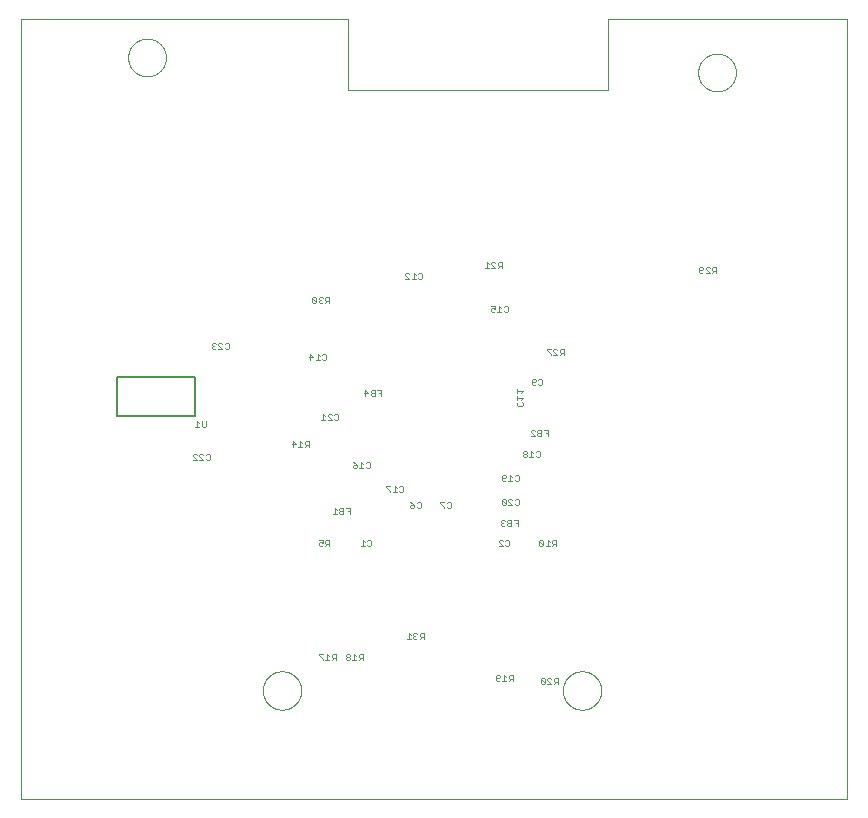
<source format=gbo>
G75*
%MOIN*%
%OFA0B0*%
%FSLAX25Y25*%
%IPPOS*%
%LPD*%
%AMOC8*
5,1,8,0,0,1.08239X$1,22.5*
%
%ADD10C,0.00000*%
%ADD11C,0.00400*%
%ADD12C,0.00800*%
D10*
X0010074Y0008163D02*
X0010074Y0268006D01*
X0119129Y0268006D01*
X0119129Y0244384D01*
X0205743Y0244384D01*
X0205743Y0268006D01*
X0285665Y0268006D01*
X0285665Y0008163D01*
X0010074Y0008163D01*
X0090802Y0044163D02*
X0090804Y0044323D01*
X0090810Y0044482D01*
X0090820Y0044641D01*
X0090834Y0044800D01*
X0090852Y0044959D01*
X0090873Y0045117D01*
X0090899Y0045274D01*
X0090929Y0045431D01*
X0090962Y0045587D01*
X0091000Y0045742D01*
X0091041Y0045896D01*
X0091086Y0046049D01*
X0091135Y0046201D01*
X0091188Y0046351D01*
X0091244Y0046500D01*
X0091304Y0046648D01*
X0091368Y0046794D01*
X0091436Y0046939D01*
X0091507Y0047082D01*
X0091581Y0047223D01*
X0091659Y0047362D01*
X0091741Y0047499D01*
X0091826Y0047634D01*
X0091914Y0047767D01*
X0092005Y0047898D01*
X0092100Y0048026D01*
X0092198Y0048152D01*
X0092299Y0048276D01*
X0092403Y0048396D01*
X0092510Y0048515D01*
X0092620Y0048630D01*
X0092733Y0048743D01*
X0092848Y0048853D01*
X0092967Y0048960D01*
X0093087Y0049064D01*
X0093211Y0049165D01*
X0093337Y0049263D01*
X0093465Y0049358D01*
X0093596Y0049449D01*
X0093729Y0049537D01*
X0093864Y0049622D01*
X0094001Y0049704D01*
X0094140Y0049782D01*
X0094281Y0049856D01*
X0094424Y0049927D01*
X0094569Y0049995D01*
X0094715Y0050059D01*
X0094863Y0050119D01*
X0095012Y0050175D01*
X0095162Y0050228D01*
X0095314Y0050277D01*
X0095467Y0050322D01*
X0095621Y0050363D01*
X0095776Y0050401D01*
X0095932Y0050434D01*
X0096089Y0050464D01*
X0096246Y0050490D01*
X0096404Y0050511D01*
X0096563Y0050529D01*
X0096722Y0050543D01*
X0096881Y0050553D01*
X0097040Y0050559D01*
X0097200Y0050561D01*
X0097360Y0050559D01*
X0097519Y0050553D01*
X0097678Y0050543D01*
X0097837Y0050529D01*
X0097996Y0050511D01*
X0098154Y0050490D01*
X0098311Y0050464D01*
X0098468Y0050434D01*
X0098624Y0050401D01*
X0098779Y0050363D01*
X0098933Y0050322D01*
X0099086Y0050277D01*
X0099238Y0050228D01*
X0099388Y0050175D01*
X0099537Y0050119D01*
X0099685Y0050059D01*
X0099831Y0049995D01*
X0099976Y0049927D01*
X0100119Y0049856D01*
X0100260Y0049782D01*
X0100399Y0049704D01*
X0100536Y0049622D01*
X0100671Y0049537D01*
X0100804Y0049449D01*
X0100935Y0049358D01*
X0101063Y0049263D01*
X0101189Y0049165D01*
X0101313Y0049064D01*
X0101433Y0048960D01*
X0101552Y0048853D01*
X0101667Y0048743D01*
X0101780Y0048630D01*
X0101890Y0048515D01*
X0101997Y0048396D01*
X0102101Y0048276D01*
X0102202Y0048152D01*
X0102300Y0048026D01*
X0102395Y0047898D01*
X0102486Y0047767D01*
X0102574Y0047634D01*
X0102659Y0047499D01*
X0102741Y0047362D01*
X0102819Y0047223D01*
X0102893Y0047082D01*
X0102964Y0046939D01*
X0103032Y0046794D01*
X0103096Y0046648D01*
X0103156Y0046500D01*
X0103212Y0046351D01*
X0103265Y0046201D01*
X0103314Y0046049D01*
X0103359Y0045896D01*
X0103400Y0045742D01*
X0103438Y0045587D01*
X0103471Y0045431D01*
X0103501Y0045274D01*
X0103527Y0045117D01*
X0103548Y0044959D01*
X0103566Y0044800D01*
X0103580Y0044641D01*
X0103590Y0044482D01*
X0103596Y0044323D01*
X0103598Y0044163D01*
X0103596Y0044003D01*
X0103590Y0043844D01*
X0103580Y0043685D01*
X0103566Y0043526D01*
X0103548Y0043367D01*
X0103527Y0043209D01*
X0103501Y0043052D01*
X0103471Y0042895D01*
X0103438Y0042739D01*
X0103400Y0042584D01*
X0103359Y0042430D01*
X0103314Y0042277D01*
X0103265Y0042125D01*
X0103212Y0041975D01*
X0103156Y0041826D01*
X0103096Y0041678D01*
X0103032Y0041532D01*
X0102964Y0041387D01*
X0102893Y0041244D01*
X0102819Y0041103D01*
X0102741Y0040964D01*
X0102659Y0040827D01*
X0102574Y0040692D01*
X0102486Y0040559D01*
X0102395Y0040428D01*
X0102300Y0040300D01*
X0102202Y0040174D01*
X0102101Y0040050D01*
X0101997Y0039930D01*
X0101890Y0039811D01*
X0101780Y0039696D01*
X0101667Y0039583D01*
X0101552Y0039473D01*
X0101433Y0039366D01*
X0101313Y0039262D01*
X0101189Y0039161D01*
X0101063Y0039063D01*
X0100935Y0038968D01*
X0100804Y0038877D01*
X0100671Y0038789D01*
X0100536Y0038704D01*
X0100399Y0038622D01*
X0100260Y0038544D01*
X0100119Y0038470D01*
X0099976Y0038399D01*
X0099831Y0038331D01*
X0099685Y0038267D01*
X0099537Y0038207D01*
X0099388Y0038151D01*
X0099238Y0038098D01*
X0099086Y0038049D01*
X0098933Y0038004D01*
X0098779Y0037963D01*
X0098624Y0037925D01*
X0098468Y0037892D01*
X0098311Y0037862D01*
X0098154Y0037836D01*
X0097996Y0037815D01*
X0097837Y0037797D01*
X0097678Y0037783D01*
X0097519Y0037773D01*
X0097360Y0037767D01*
X0097200Y0037765D01*
X0097040Y0037767D01*
X0096881Y0037773D01*
X0096722Y0037783D01*
X0096563Y0037797D01*
X0096404Y0037815D01*
X0096246Y0037836D01*
X0096089Y0037862D01*
X0095932Y0037892D01*
X0095776Y0037925D01*
X0095621Y0037963D01*
X0095467Y0038004D01*
X0095314Y0038049D01*
X0095162Y0038098D01*
X0095012Y0038151D01*
X0094863Y0038207D01*
X0094715Y0038267D01*
X0094569Y0038331D01*
X0094424Y0038399D01*
X0094281Y0038470D01*
X0094140Y0038544D01*
X0094001Y0038622D01*
X0093864Y0038704D01*
X0093729Y0038789D01*
X0093596Y0038877D01*
X0093465Y0038968D01*
X0093337Y0039063D01*
X0093211Y0039161D01*
X0093087Y0039262D01*
X0092967Y0039366D01*
X0092848Y0039473D01*
X0092733Y0039583D01*
X0092620Y0039696D01*
X0092510Y0039811D01*
X0092403Y0039930D01*
X0092299Y0040050D01*
X0092198Y0040174D01*
X0092100Y0040300D01*
X0092005Y0040428D01*
X0091914Y0040559D01*
X0091826Y0040692D01*
X0091741Y0040827D01*
X0091659Y0040964D01*
X0091581Y0041103D01*
X0091507Y0041244D01*
X0091436Y0041387D01*
X0091368Y0041532D01*
X0091304Y0041678D01*
X0091244Y0041826D01*
X0091188Y0041975D01*
X0091135Y0042125D01*
X0091086Y0042277D01*
X0091041Y0042430D01*
X0091000Y0042584D01*
X0090962Y0042739D01*
X0090929Y0042895D01*
X0090899Y0043052D01*
X0090873Y0043209D01*
X0090852Y0043367D01*
X0090834Y0043526D01*
X0090820Y0043685D01*
X0090810Y0043844D01*
X0090804Y0044003D01*
X0090802Y0044163D01*
X0190802Y0044163D02*
X0190804Y0044323D01*
X0190810Y0044482D01*
X0190820Y0044641D01*
X0190834Y0044800D01*
X0190852Y0044959D01*
X0190873Y0045117D01*
X0190899Y0045274D01*
X0190929Y0045431D01*
X0190962Y0045587D01*
X0191000Y0045742D01*
X0191041Y0045896D01*
X0191086Y0046049D01*
X0191135Y0046201D01*
X0191188Y0046351D01*
X0191244Y0046500D01*
X0191304Y0046648D01*
X0191368Y0046794D01*
X0191436Y0046939D01*
X0191507Y0047082D01*
X0191581Y0047223D01*
X0191659Y0047362D01*
X0191741Y0047499D01*
X0191826Y0047634D01*
X0191914Y0047767D01*
X0192005Y0047898D01*
X0192100Y0048026D01*
X0192198Y0048152D01*
X0192299Y0048276D01*
X0192403Y0048396D01*
X0192510Y0048515D01*
X0192620Y0048630D01*
X0192733Y0048743D01*
X0192848Y0048853D01*
X0192967Y0048960D01*
X0193087Y0049064D01*
X0193211Y0049165D01*
X0193337Y0049263D01*
X0193465Y0049358D01*
X0193596Y0049449D01*
X0193729Y0049537D01*
X0193864Y0049622D01*
X0194001Y0049704D01*
X0194140Y0049782D01*
X0194281Y0049856D01*
X0194424Y0049927D01*
X0194569Y0049995D01*
X0194715Y0050059D01*
X0194863Y0050119D01*
X0195012Y0050175D01*
X0195162Y0050228D01*
X0195314Y0050277D01*
X0195467Y0050322D01*
X0195621Y0050363D01*
X0195776Y0050401D01*
X0195932Y0050434D01*
X0196089Y0050464D01*
X0196246Y0050490D01*
X0196404Y0050511D01*
X0196563Y0050529D01*
X0196722Y0050543D01*
X0196881Y0050553D01*
X0197040Y0050559D01*
X0197200Y0050561D01*
X0197360Y0050559D01*
X0197519Y0050553D01*
X0197678Y0050543D01*
X0197837Y0050529D01*
X0197996Y0050511D01*
X0198154Y0050490D01*
X0198311Y0050464D01*
X0198468Y0050434D01*
X0198624Y0050401D01*
X0198779Y0050363D01*
X0198933Y0050322D01*
X0199086Y0050277D01*
X0199238Y0050228D01*
X0199388Y0050175D01*
X0199537Y0050119D01*
X0199685Y0050059D01*
X0199831Y0049995D01*
X0199976Y0049927D01*
X0200119Y0049856D01*
X0200260Y0049782D01*
X0200399Y0049704D01*
X0200536Y0049622D01*
X0200671Y0049537D01*
X0200804Y0049449D01*
X0200935Y0049358D01*
X0201063Y0049263D01*
X0201189Y0049165D01*
X0201313Y0049064D01*
X0201433Y0048960D01*
X0201552Y0048853D01*
X0201667Y0048743D01*
X0201780Y0048630D01*
X0201890Y0048515D01*
X0201997Y0048396D01*
X0202101Y0048276D01*
X0202202Y0048152D01*
X0202300Y0048026D01*
X0202395Y0047898D01*
X0202486Y0047767D01*
X0202574Y0047634D01*
X0202659Y0047499D01*
X0202741Y0047362D01*
X0202819Y0047223D01*
X0202893Y0047082D01*
X0202964Y0046939D01*
X0203032Y0046794D01*
X0203096Y0046648D01*
X0203156Y0046500D01*
X0203212Y0046351D01*
X0203265Y0046201D01*
X0203314Y0046049D01*
X0203359Y0045896D01*
X0203400Y0045742D01*
X0203438Y0045587D01*
X0203471Y0045431D01*
X0203501Y0045274D01*
X0203527Y0045117D01*
X0203548Y0044959D01*
X0203566Y0044800D01*
X0203580Y0044641D01*
X0203590Y0044482D01*
X0203596Y0044323D01*
X0203598Y0044163D01*
X0203596Y0044003D01*
X0203590Y0043844D01*
X0203580Y0043685D01*
X0203566Y0043526D01*
X0203548Y0043367D01*
X0203527Y0043209D01*
X0203501Y0043052D01*
X0203471Y0042895D01*
X0203438Y0042739D01*
X0203400Y0042584D01*
X0203359Y0042430D01*
X0203314Y0042277D01*
X0203265Y0042125D01*
X0203212Y0041975D01*
X0203156Y0041826D01*
X0203096Y0041678D01*
X0203032Y0041532D01*
X0202964Y0041387D01*
X0202893Y0041244D01*
X0202819Y0041103D01*
X0202741Y0040964D01*
X0202659Y0040827D01*
X0202574Y0040692D01*
X0202486Y0040559D01*
X0202395Y0040428D01*
X0202300Y0040300D01*
X0202202Y0040174D01*
X0202101Y0040050D01*
X0201997Y0039930D01*
X0201890Y0039811D01*
X0201780Y0039696D01*
X0201667Y0039583D01*
X0201552Y0039473D01*
X0201433Y0039366D01*
X0201313Y0039262D01*
X0201189Y0039161D01*
X0201063Y0039063D01*
X0200935Y0038968D01*
X0200804Y0038877D01*
X0200671Y0038789D01*
X0200536Y0038704D01*
X0200399Y0038622D01*
X0200260Y0038544D01*
X0200119Y0038470D01*
X0199976Y0038399D01*
X0199831Y0038331D01*
X0199685Y0038267D01*
X0199537Y0038207D01*
X0199388Y0038151D01*
X0199238Y0038098D01*
X0199086Y0038049D01*
X0198933Y0038004D01*
X0198779Y0037963D01*
X0198624Y0037925D01*
X0198468Y0037892D01*
X0198311Y0037862D01*
X0198154Y0037836D01*
X0197996Y0037815D01*
X0197837Y0037797D01*
X0197678Y0037783D01*
X0197519Y0037773D01*
X0197360Y0037767D01*
X0197200Y0037765D01*
X0197040Y0037767D01*
X0196881Y0037773D01*
X0196722Y0037783D01*
X0196563Y0037797D01*
X0196404Y0037815D01*
X0196246Y0037836D01*
X0196089Y0037862D01*
X0195932Y0037892D01*
X0195776Y0037925D01*
X0195621Y0037963D01*
X0195467Y0038004D01*
X0195314Y0038049D01*
X0195162Y0038098D01*
X0195012Y0038151D01*
X0194863Y0038207D01*
X0194715Y0038267D01*
X0194569Y0038331D01*
X0194424Y0038399D01*
X0194281Y0038470D01*
X0194140Y0038544D01*
X0194001Y0038622D01*
X0193864Y0038704D01*
X0193729Y0038789D01*
X0193596Y0038877D01*
X0193465Y0038968D01*
X0193337Y0039063D01*
X0193211Y0039161D01*
X0193087Y0039262D01*
X0192967Y0039366D01*
X0192848Y0039473D01*
X0192733Y0039583D01*
X0192620Y0039696D01*
X0192510Y0039811D01*
X0192403Y0039930D01*
X0192299Y0040050D01*
X0192198Y0040174D01*
X0192100Y0040300D01*
X0192005Y0040428D01*
X0191914Y0040559D01*
X0191826Y0040692D01*
X0191741Y0040827D01*
X0191659Y0040964D01*
X0191581Y0041103D01*
X0191507Y0041244D01*
X0191436Y0041387D01*
X0191368Y0041532D01*
X0191304Y0041678D01*
X0191244Y0041826D01*
X0191188Y0041975D01*
X0191135Y0042125D01*
X0191086Y0042277D01*
X0191041Y0042430D01*
X0191000Y0042584D01*
X0190962Y0042739D01*
X0190929Y0042895D01*
X0190899Y0043052D01*
X0190873Y0043209D01*
X0190852Y0043367D01*
X0190834Y0043526D01*
X0190820Y0043685D01*
X0190810Y0043844D01*
X0190804Y0044003D01*
X0190802Y0044163D01*
X0235901Y0250163D02*
X0235903Y0250321D01*
X0235909Y0250479D01*
X0235919Y0250637D01*
X0235933Y0250795D01*
X0235951Y0250952D01*
X0235972Y0251109D01*
X0235998Y0251265D01*
X0236028Y0251421D01*
X0236061Y0251576D01*
X0236099Y0251729D01*
X0236140Y0251882D01*
X0236185Y0252034D01*
X0236234Y0252185D01*
X0236287Y0252334D01*
X0236343Y0252482D01*
X0236403Y0252628D01*
X0236467Y0252773D01*
X0236535Y0252916D01*
X0236606Y0253058D01*
X0236680Y0253198D01*
X0236758Y0253335D01*
X0236840Y0253471D01*
X0236924Y0253605D01*
X0237013Y0253736D01*
X0237104Y0253865D01*
X0237199Y0253992D01*
X0237296Y0254117D01*
X0237397Y0254239D01*
X0237501Y0254358D01*
X0237608Y0254475D01*
X0237718Y0254589D01*
X0237831Y0254700D01*
X0237946Y0254809D01*
X0238064Y0254914D01*
X0238185Y0255016D01*
X0238308Y0255116D01*
X0238434Y0255212D01*
X0238562Y0255305D01*
X0238692Y0255395D01*
X0238825Y0255481D01*
X0238960Y0255565D01*
X0239096Y0255644D01*
X0239235Y0255721D01*
X0239376Y0255793D01*
X0239518Y0255863D01*
X0239662Y0255928D01*
X0239808Y0255990D01*
X0239955Y0256048D01*
X0240104Y0256103D01*
X0240254Y0256154D01*
X0240405Y0256201D01*
X0240557Y0256244D01*
X0240710Y0256283D01*
X0240865Y0256319D01*
X0241020Y0256350D01*
X0241176Y0256378D01*
X0241332Y0256402D01*
X0241489Y0256422D01*
X0241647Y0256438D01*
X0241804Y0256450D01*
X0241963Y0256458D01*
X0242121Y0256462D01*
X0242279Y0256462D01*
X0242437Y0256458D01*
X0242596Y0256450D01*
X0242753Y0256438D01*
X0242911Y0256422D01*
X0243068Y0256402D01*
X0243224Y0256378D01*
X0243380Y0256350D01*
X0243535Y0256319D01*
X0243690Y0256283D01*
X0243843Y0256244D01*
X0243995Y0256201D01*
X0244146Y0256154D01*
X0244296Y0256103D01*
X0244445Y0256048D01*
X0244592Y0255990D01*
X0244738Y0255928D01*
X0244882Y0255863D01*
X0245024Y0255793D01*
X0245165Y0255721D01*
X0245304Y0255644D01*
X0245440Y0255565D01*
X0245575Y0255481D01*
X0245708Y0255395D01*
X0245838Y0255305D01*
X0245966Y0255212D01*
X0246092Y0255116D01*
X0246215Y0255016D01*
X0246336Y0254914D01*
X0246454Y0254809D01*
X0246569Y0254700D01*
X0246682Y0254589D01*
X0246792Y0254475D01*
X0246899Y0254358D01*
X0247003Y0254239D01*
X0247104Y0254117D01*
X0247201Y0253992D01*
X0247296Y0253865D01*
X0247387Y0253736D01*
X0247476Y0253605D01*
X0247560Y0253471D01*
X0247642Y0253335D01*
X0247720Y0253198D01*
X0247794Y0253058D01*
X0247865Y0252916D01*
X0247933Y0252773D01*
X0247997Y0252628D01*
X0248057Y0252482D01*
X0248113Y0252334D01*
X0248166Y0252185D01*
X0248215Y0252034D01*
X0248260Y0251882D01*
X0248301Y0251729D01*
X0248339Y0251576D01*
X0248372Y0251421D01*
X0248402Y0251265D01*
X0248428Y0251109D01*
X0248449Y0250952D01*
X0248467Y0250795D01*
X0248481Y0250637D01*
X0248491Y0250479D01*
X0248497Y0250321D01*
X0248499Y0250163D01*
X0248497Y0250005D01*
X0248491Y0249847D01*
X0248481Y0249689D01*
X0248467Y0249531D01*
X0248449Y0249374D01*
X0248428Y0249217D01*
X0248402Y0249061D01*
X0248372Y0248905D01*
X0248339Y0248750D01*
X0248301Y0248597D01*
X0248260Y0248444D01*
X0248215Y0248292D01*
X0248166Y0248141D01*
X0248113Y0247992D01*
X0248057Y0247844D01*
X0247997Y0247698D01*
X0247933Y0247553D01*
X0247865Y0247410D01*
X0247794Y0247268D01*
X0247720Y0247128D01*
X0247642Y0246991D01*
X0247560Y0246855D01*
X0247476Y0246721D01*
X0247387Y0246590D01*
X0247296Y0246461D01*
X0247201Y0246334D01*
X0247104Y0246209D01*
X0247003Y0246087D01*
X0246899Y0245968D01*
X0246792Y0245851D01*
X0246682Y0245737D01*
X0246569Y0245626D01*
X0246454Y0245517D01*
X0246336Y0245412D01*
X0246215Y0245310D01*
X0246092Y0245210D01*
X0245966Y0245114D01*
X0245838Y0245021D01*
X0245708Y0244931D01*
X0245575Y0244845D01*
X0245440Y0244761D01*
X0245304Y0244682D01*
X0245165Y0244605D01*
X0245024Y0244533D01*
X0244882Y0244463D01*
X0244738Y0244398D01*
X0244592Y0244336D01*
X0244445Y0244278D01*
X0244296Y0244223D01*
X0244146Y0244172D01*
X0243995Y0244125D01*
X0243843Y0244082D01*
X0243690Y0244043D01*
X0243535Y0244007D01*
X0243380Y0243976D01*
X0243224Y0243948D01*
X0243068Y0243924D01*
X0242911Y0243904D01*
X0242753Y0243888D01*
X0242596Y0243876D01*
X0242437Y0243868D01*
X0242279Y0243864D01*
X0242121Y0243864D01*
X0241963Y0243868D01*
X0241804Y0243876D01*
X0241647Y0243888D01*
X0241489Y0243904D01*
X0241332Y0243924D01*
X0241176Y0243948D01*
X0241020Y0243976D01*
X0240865Y0244007D01*
X0240710Y0244043D01*
X0240557Y0244082D01*
X0240405Y0244125D01*
X0240254Y0244172D01*
X0240104Y0244223D01*
X0239955Y0244278D01*
X0239808Y0244336D01*
X0239662Y0244398D01*
X0239518Y0244463D01*
X0239376Y0244533D01*
X0239235Y0244605D01*
X0239096Y0244682D01*
X0238960Y0244761D01*
X0238825Y0244845D01*
X0238692Y0244931D01*
X0238562Y0245021D01*
X0238434Y0245114D01*
X0238308Y0245210D01*
X0238185Y0245310D01*
X0238064Y0245412D01*
X0237946Y0245517D01*
X0237831Y0245626D01*
X0237718Y0245737D01*
X0237608Y0245851D01*
X0237501Y0245968D01*
X0237397Y0246087D01*
X0237296Y0246209D01*
X0237199Y0246334D01*
X0237104Y0246461D01*
X0237013Y0246590D01*
X0236924Y0246721D01*
X0236840Y0246855D01*
X0236758Y0246991D01*
X0236680Y0247128D01*
X0236606Y0247268D01*
X0236535Y0247410D01*
X0236467Y0247553D01*
X0236403Y0247698D01*
X0236343Y0247844D01*
X0236287Y0247992D01*
X0236234Y0248141D01*
X0236185Y0248292D01*
X0236140Y0248444D01*
X0236099Y0248597D01*
X0236061Y0248750D01*
X0236028Y0248905D01*
X0235998Y0249061D01*
X0235972Y0249217D01*
X0235951Y0249374D01*
X0235933Y0249531D01*
X0235919Y0249689D01*
X0235909Y0249847D01*
X0235903Y0250005D01*
X0235901Y0250163D01*
X0045901Y0255163D02*
X0045903Y0255321D01*
X0045909Y0255479D01*
X0045919Y0255637D01*
X0045933Y0255795D01*
X0045951Y0255952D01*
X0045972Y0256109D01*
X0045998Y0256265D01*
X0046028Y0256421D01*
X0046061Y0256576D01*
X0046099Y0256729D01*
X0046140Y0256882D01*
X0046185Y0257034D01*
X0046234Y0257185D01*
X0046287Y0257334D01*
X0046343Y0257482D01*
X0046403Y0257628D01*
X0046467Y0257773D01*
X0046535Y0257916D01*
X0046606Y0258058D01*
X0046680Y0258198D01*
X0046758Y0258335D01*
X0046840Y0258471D01*
X0046924Y0258605D01*
X0047013Y0258736D01*
X0047104Y0258865D01*
X0047199Y0258992D01*
X0047296Y0259117D01*
X0047397Y0259239D01*
X0047501Y0259358D01*
X0047608Y0259475D01*
X0047718Y0259589D01*
X0047831Y0259700D01*
X0047946Y0259809D01*
X0048064Y0259914D01*
X0048185Y0260016D01*
X0048308Y0260116D01*
X0048434Y0260212D01*
X0048562Y0260305D01*
X0048692Y0260395D01*
X0048825Y0260481D01*
X0048960Y0260565D01*
X0049096Y0260644D01*
X0049235Y0260721D01*
X0049376Y0260793D01*
X0049518Y0260863D01*
X0049662Y0260928D01*
X0049808Y0260990D01*
X0049955Y0261048D01*
X0050104Y0261103D01*
X0050254Y0261154D01*
X0050405Y0261201D01*
X0050557Y0261244D01*
X0050710Y0261283D01*
X0050865Y0261319D01*
X0051020Y0261350D01*
X0051176Y0261378D01*
X0051332Y0261402D01*
X0051489Y0261422D01*
X0051647Y0261438D01*
X0051804Y0261450D01*
X0051963Y0261458D01*
X0052121Y0261462D01*
X0052279Y0261462D01*
X0052437Y0261458D01*
X0052596Y0261450D01*
X0052753Y0261438D01*
X0052911Y0261422D01*
X0053068Y0261402D01*
X0053224Y0261378D01*
X0053380Y0261350D01*
X0053535Y0261319D01*
X0053690Y0261283D01*
X0053843Y0261244D01*
X0053995Y0261201D01*
X0054146Y0261154D01*
X0054296Y0261103D01*
X0054445Y0261048D01*
X0054592Y0260990D01*
X0054738Y0260928D01*
X0054882Y0260863D01*
X0055024Y0260793D01*
X0055165Y0260721D01*
X0055304Y0260644D01*
X0055440Y0260565D01*
X0055575Y0260481D01*
X0055708Y0260395D01*
X0055838Y0260305D01*
X0055966Y0260212D01*
X0056092Y0260116D01*
X0056215Y0260016D01*
X0056336Y0259914D01*
X0056454Y0259809D01*
X0056569Y0259700D01*
X0056682Y0259589D01*
X0056792Y0259475D01*
X0056899Y0259358D01*
X0057003Y0259239D01*
X0057104Y0259117D01*
X0057201Y0258992D01*
X0057296Y0258865D01*
X0057387Y0258736D01*
X0057476Y0258605D01*
X0057560Y0258471D01*
X0057642Y0258335D01*
X0057720Y0258198D01*
X0057794Y0258058D01*
X0057865Y0257916D01*
X0057933Y0257773D01*
X0057997Y0257628D01*
X0058057Y0257482D01*
X0058113Y0257334D01*
X0058166Y0257185D01*
X0058215Y0257034D01*
X0058260Y0256882D01*
X0058301Y0256729D01*
X0058339Y0256576D01*
X0058372Y0256421D01*
X0058402Y0256265D01*
X0058428Y0256109D01*
X0058449Y0255952D01*
X0058467Y0255795D01*
X0058481Y0255637D01*
X0058491Y0255479D01*
X0058497Y0255321D01*
X0058499Y0255163D01*
X0058497Y0255005D01*
X0058491Y0254847D01*
X0058481Y0254689D01*
X0058467Y0254531D01*
X0058449Y0254374D01*
X0058428Y0254217D01*
X0058402Y0254061D01*
X0058372Y0253905D01*
X0058339Y0253750D01*
X0058301Y0253597D01*
X0058260Y0253444D01*
X0058215Y0253292D01*
X0058166Y0253141D01*
X0058113Y0252992D01*
X0058057Y0252844D01*
X0057997Y0252698D01*
X0057933Y0252553D01*
X0057865Y0252410D01*
X0057794Y0252268D01*
X0057720Y0252128D01*
X0057642Y0251991D01*
X0057560Y0251855D01*
X0057476Y0251721D01*
X0057387Y0251590D01*
X0057296Y0251461D01*
X0057201Y0251334D01*
X0057104Y0251209D01*
X0057003Y0251087D01*
X0056899Y0250968D01*
X0056792Y0250851D01*
X0056682Y0250737D01*
X0056569Y0250626D01*
X0056454Y0250517D01*
X0056336Y0250412D01*
X0056215Y0250310D01*
X0056092Y0250210D01*
X0055966Y0250114D01*
X0055838Y0250021D01*
X0055708Y0249931D01*
X0055575Y0249845D01*
X0055440Y0249761D01*
X0055304Y0249682D01*
X0055165Y0249605D01*
X0055024Y0249533D01*
X0054882Y0249463D01*
X0054738Y0249398D01*
X0054592Y0249336D01*
X0054445Y0249278D01*
X0054296Y0249223D01*
X0054146Y0249172D01*
X0053995Y0249125D01*
X0053843Y0249082D01*
X0053690Y0249043D01*
X0053535Y0249007D01*
X0053380Y0248976D01*
X0053224Y0248948D01*
X0053068Y0248924D01*
X0052911Y0248904D01*
X0052753Y0248888D01*
X0052596Y0248876D01*
X0052437Y0248868D01*
X0052279Y0248864D01*
X0052121Y0248864D01*
X0051963Y0248868D01*
X0051804Y0248876D01*
X0051647Y0248888D01*
X0051489Y0248904D01*
X0051332Y0248924D01*
X0051176Y0248948D01*
X0051020Y0248976D01*
X0050865Y0249007D01*
X0050710Y0249043D01*
X0050557Y0249082D01*
X0050405Y0249125D01*
X0050254Y0249172D01*
X0050104Y0249223D01*
X0049955Y0249278D01*
X0049808Y0249336D01*
X0049662Y0249398D01*
X0049518Y0249463D01*
X0049376Y0249533D01*
X0049235Y0249605D01*
X0049096Y0249682D01*
X0048960Y0249761D01*
X0048825Y0249845D01*
X0048692Y0249931D01*
X0048562Y0250021D01*
X0048434Y0250114D01*
X0048308Y0250210D01*
X0048185Y0250310D01*
X0048064Y0250412D01*
X0047946Y0250517D01*
X0047831Y0250626D01*
X0047718Y0250737D01*
X0047608Y0250851D01*
X0047501Y0250968D01*
X0047397Y0251087D01*
X0047296Y0251209D01*
X0047199Y0251334D01*
X0047104Y0251461D01*
X0047013Y0251590D01*
X0046924Y0251721D01*
X0046840Y0251855D01*
X0046758Y0251991D01*
X0046680Y0252128D01*
X0046606Y0252268D01*
X0046535Y0252410D01*
X0046467Y0252553D01*
X0046403Y0252698D01*
X0046343Y0252844D01*
X0046287Y0252992D01*
X0046234Y0253141D01*
X0046185Y0253292D01*
X0046140Y0253444D01*
X0046099Y0253597D01*
X0046061Y0253750D01*
X0046028Y0253905D01*
X0045998Y0254061D01*
X0045972Y0254217D01*
X0045951Y0254374D01*
X0045933Y0254531D01*
X0045919Y0254689D01*
X0045909Y0254847D01*
X0045903Y0255005D01*
X0045901Y0255163D01*
D11*
X0107579Y0175365D02*
X0107246Y0175031D01*
X0108580Y0173697D01*
X0108247Y0173363D01*
X0107579Y0173363D01*
X0107246Y0173697D01*
X0107246Y0175031D01*
X0107579Y0175365D02*
X0108247Y0175365D01*
X0108580Y0175031D01*
X0108580Y0173697D01*
X0109456Y0173697D02*
X0109789Y0173363D01*
X0110457Y0173363D01*
X0110790Y0173697D01*
X0111666Y0173363D02*
X0112333Y0174031D01*
X0111999Y0174031D02*
X0113000Y0174031D01*
X0113000Y0173363D02*
X0113000Y0175365D01*
X0111999Y0175365D01*
X0111666Y0175031D01*
X0111666Y0174364D01*
X0111999Y0174031D01*
X0110790Y0175031D02*
X0110457Y0175365D01*
X0109789Y0175365D01*
X0109456Y0175031D01*
X0109456Y0174698D01*
X0109789Y0174364D01*
X0109456Y0174031D01*
X0109456Y0173697D01*
X0109789Y0174364D02*
X0110123Y0174364D01*
X0110999Y0156365D02*
X0111666Y0156365D01*
X0112000Y0156031D01*
X0112000Y0154697D01*
X0111666Y0154363D01*
X0110999Y0154363D01*
X0110666Y0154697D01*
X0109790Y0154363D02*
X0108456Y0154363D01*
X0109123Y0154363D02*
X0109123Y0156365D01*
X0109790Y0155698D01*
X0110666Y0156031D02*
X0110999Y0156365D01*
X0107580Y0155364D02*
X0106246Y0155364D01*
X0106579Y0154363D02*
X0106579Y0156365D01*
X0107580Y0155364D01*
X0124894Y0144365D02*
X0124894Y0142363D01*
X0124561Y0143364D02*
X0125895Y0143364D01*
X0124894Y0144365D01*
X0126770Y0144031D02*
X0126770Y0143698D01*
X0127104Y0143364D01*
X0128105Y0143364D01*
X0128105Y0142363D02*
X0128105Y0144365D01*
X0127104Y0144365D01*
X0126770Y0144031D01*
X0127104Y0143364D02*
X0126770Y0143031D01*
X0126770Y0142697D01*
X0127104Y0142363D01*
X0128105Y0142363D01*
X0129648Y0143364D02*
X0130315Y0143364D01*
X0130315Y0142363D02*
X0130315Y0144365D01*
X0128980Y0144365D01*
X0116000Y0136031D02*
X0116000Y0134697D01*
X0115666Y0134363D01*
X0114999Y0134363D01*
X0114666Y0134697D01*
X0113790Y0134363D02*
X0112456Y0135698D01*
X0112456Y0136031D01*
X0112789Y0136365D01*
X0113457Y0136365D01*
X0113790Y0136031D01*
X0114666Y0136031D02*
X0114999Y0136365D01*
X0115666Y0136365D01*
X0116000Y0136031D01*
X0113790Y0134363D02*
X0112456Y0134363D01*
X0111580Y0134363D02*
X0110246Y0134363D01*
X0110913Y0134363D02*
X0110913Y0136365D01*
X0111580Y0135698D01*
X0106130Y0127465D02*
X0105129Y0127465D01*
X0104795Y0127131D01*
X0104795Y0126464D01*
X0105129Y0126131D01*
X0106130Y0126131D01*
X0105462Y0126131D02*
X0104795Y0125463D01*
X0103920Y0125463D02*
X0102585Y0125463D01*
X0103253Y0125463D02*
X0103253Y0127465D01*
X0103920Y0126798D01*
X0101710Y0126464D02*
X0100709Y0127465D01*
X0100709Y0125463D01*
X0100375Y0126464D02*
X0101710Y0126464D01*
X0106130Y0125463D02*
X0106130Y0127465D01*
X0120746Y0120365D02*
X0121413Y0120031D01*
X0122080Y0119364D01*
X0121079Y0119364D01*
X0120746Y0119031D01*
X0120746Y0118697D01*
X0121079Y0118363D01*
X0121747Y0118363D01*
X0122080Y0118697D01*
X0122080Y0119364D01*
X0122956Y0118363D02*
X0124290Y0118363D01*
X0123623Y0118363D02*
X0123623Y0120365D01*
X0124290Y0119698D01*
X0125166Y0120031D02*
X0125499Y0120365D01*
X0126166Y0120365D01*
X0126500Y0120031D01*
X0126500Y0118697D01*
X0126166Y0118363D01*
X0125499Y0118363D01*
X0125166Y0118697D01*
X0131875Y0112465D02*
X0131875Y0112131D01*
X0133210Y0110797D01*
X0133210Y0110463D01*
X0134085Y0110463D02*
X0135420Y0110463D01*
X0134753Y0110463D02*
X0134753Y0112465D01*
X0135420Y0111798D01*
X0136295Y0112131D02*
X0136629Y0112465D01*
X0137296Y0112465D01*
X0137630Y0112131D01*
X0137630Y0110797D01*
X0137296Y0110463D01*
X0136629Y0110463D01*
X0136295Y0110797D01*
X0133210Y0112465D02*
X0131875Y0112465D01*
X0139875Y0106965D02*
X0140543Y0106631D01*
X0141210Y0105964D01*
X0140209Y0105964D01*
X0139875Y0105631D01*
X0139875Y0105297D01*
X0140209Y0104963D01*
X0140876Y0104963D01*
X0141210Y0105297D01*
X0141210Y0105964D01*
X0142085Y0105297D02*
X0142419Y0104963D01*
X0143086Y0104963D01*
X0143420Y0105297D01*
X0143420Y0106631D01*
X0143086Y0106965D01*
X0142419Y0106965D01*
X0142085Y0106631D01*
X0149875Y0106631D02*
X0151210Y0105297D01*
X0151210Y0104963D01*
X0152085Y0105297D02*
X0152419Y0104963D01*
X0153086Y0104963D01*
X0153420Y0105297D01*
X0153420Y0106631D01*
X0153086Y0106965D01*
X0152419Y0106965D01*
X0152085Y0106631D01*
X0151210Y0106965D02*
X0149875Y0106965D01*
X0149875Y0106631D01*
X0170061Y0100531D02*
X0170061Y0100198D01*
X0170394Y0099864D01*
X0170061Y0099531D01*
X0170061Y0099197D01*
X0170394Y0098863D01*
X0171061Y0098863D01*
X0171395Y0099197D01*
X0172270Y0099197D02*
X0172604Y0098863D01*
X0173605Y0098863D01*
X0173605Y0100865D01*
X0172604Y0100865D01*
X0172270Y0100531D01*
X0172270Y0100198D01*
X0172604Y0099864D01*
X0173605Y0099864D01*
X0172604Y0099864D02*
X0172270Y0099531D01*
X0172270Y0099197D01*
X0171395Y0100531D02*
X0171061Y0100865D01*
X0170394Y0100865D01*
X0170061Y0100531D01*
X0170394Y0099864D02*
X0170728Y0099864D01*
X0174480Y0100865D02*
X0175815Y0100865D01*
X0175815Y0098863D01*
X0175815Y0099864D02*
X0175148Y0099864D01*
X0172666Y0094365D02*
X0173000Y0094031D01*
X0173000Y0092697D01*
X0172666Y0092363D01*
X0171999Y0092363D01*
X0171666Y0092697D01*
X0170790Y0092363D02*
X0169456Y0093698D01*
X0169456Y0094031D01*
X0169789Y0094365D01*
X0170457Y0094365D01*
X0170790Y0094031D01*
X0171666Y0094031D02*
X0171999Y0094365D01*
X0172666Y0094365D01*
X0170790Y0092363D02*
X0169456Y0092363D01*
X0182875Y0092797D02*
X0183209Y0092463D01*
X0183876Y0092463D01*
X0184210Y0092797D01*
X0182875Y0094131D01*
X0182875Y0092797D01*
X0182875Y0094131D02*
X0183209Y0094465D01*
X0183876Y0094465D01*
X0184210Y0094131D01*
X0184210Y0092797D01*
X0185085Y0092463D02*
X0186420Y0092463D01*
X0185753Y0092463D02*
X0185753Y0094465D01*
X0186420Y0093798D01*
X0187295Y0094131D02*
X0187295Y0093464D01*
X0187629Y0093131D01*
X0188630Y0093131D01*
X0187962Y0093131D02*
X0187295Y0092463D01*
X0188630Y0092463D02*
X0188630Y0094465D01*
X0187629Y0094465D01*
X0187295Y0094131D01*
X0175796Y0105963D02*
X0175129Y0105963D01*
X0174795Y0106297D01*
X0173920Y0105963D02*
X0172585Y0107298D01*
X0172585Y0107631D01*
X0172919Y0107965D01*
X0173586Y0107965D01*
X0173920Y0107631D01*
X0174795Y0107631D02*
X0175129Y0107965D01*
X0175796Y0107965D01*
X0176130Y0107631D01*
X0176130Y0106297D01*
X0175796Y0105963D01*
X0173920Y0105963D02*
X0172585Y0105963D01*
X0171710Y0106297D02*
X0170375Y0107631D01*
X0170375Y0106297D01*
X0170709Y0105963D01*
X0171376Y0105963D01*
X0171710Y0106297D01*
X0171710Y0107631D01*
X0171376Y0107965D01*
X0170709Y0107965D01*
X0170375Y0107631D01*
X0170709Y0113963D02*
X0170375Y0114297D01*
X0170375Y0115631D01*
X0170709Y0115965D01*
X0171376Y0115965D01*
X0171710Y0115631D01*
X0171710Y0115298D01*
X0171376Y0114964D01*
X0170375Y0114964D01*
X0170709Y0113963D02*
X0171376Y0113963D01*
X0171710Y0114297D01*
X0172585Y0113963D02*
X0173920Y0113963D01*
X0173253Y0113963D02*
X0173253Y0115965D01*
X0173920Y0115298D01*
X0174795Y0115631D02*
X0175129Y0115965D01*
X0175796Y0115965D01*
X0176130Y0115631D01*
X0176130Y0114297D01*
X0175796Y0113963D01*
X0175129Y0113963D01*
X0174795Y0114297D01*
X0177709Y0121963D02*
X0178376Y0121963D01*
X0178710Y0122297D01*
X0178710Y0122631D01*
X0178376Y0122964D01*
X0177709Y0122964D01*
X0177375Y0122631D01*
X0177375Y0122297D01*
X0177709Y0121963D01*
X0177709Y0122964D02*
X0177375Y0123298D01*
X0177375Y0123631D01*
X0177709Y0123965D01*
X0178376Y0123965D01*
X0178710Y0123631D01*
X0178710Y0123298D01*
X0178376Y0122964D01*
X0179585Y0121963D02*
X0180920Y0121963D01*
X0180253Y0121963D02*
X0180253Y0123965D01*
X0180920Y0123298D01*
X0181795Y0123631D02*
X0182129Y0123965D01*
X0182796Y0123965D01*
X0183130Y0123631D01*
X0183130Y0122297D01*
X0182796Y0121963D01*
X0182129Y0121963D01*
X0181795Y0122297D01*
X0181395Y0128963D02*
X0180061Y0130298D01*
X0180061Y0130631D01*
X0180394Y0130965D01*
X0181061Y0130965D01*
X0181395Y0130631D01*
X0182270Y0130631D02*
X0182270Y0130298D01*
X0182604Y0129964D01*
X0183605Y0129964D01*
X0183605Y0128963D02*
X0183605Y0130965D01*
X0182604Y0130965D01*
X0182270Y0130631D01*
X0182604Y0129964D02*
X0182270Y0129631D01*
X0182270Y0129297D01*
X0182604Y0128963D01*
X0183605Y0128963D01*
X0185148Y0129964D02*
X0185815Y0129964D01*
X0185815Y0128963D02*
X0185815Y0130965D01*
X0184480Y0130965D01*
X0181395Y0128963D02*
X0180061Y0128963D01*
X0177068Y0138863D02*
X0175734Y0138863D01*
X0175400Y0139197D01*
X0175400Y0139864D01*
X0175734Y0140198D01*
X0175400Y0141073D02*
X0175400Y0142408D01*
X0175400Y0141741D02*
X0177402Y0141741D01*
X0176734Y0141073D01*
X0177068Y0140198D02*
X0177402Y0139864D01*
X0177402Y0139197D01*
X0177068Y0138863D01*
X0176734Y0143283D02*
X0177402Y0143950D01*
X0175400Y0143950D01*
X0175400Y0143283D02*
X0175400Y0144618D01*
X0180375Y0146297D02*
X0180709Y0145963D01*
X0181376Y0145963D01*
X0181710Y0146297D01*
X0181376Y0146964D02*
X0180375Y0146964D01*
X0180375Y0146297D02*
X0180375Y0147631D01*
X0180709Y0147965D01*
X0181376Y0147965D01*
X0181710Y0147631D01*
X0181710Y0147298D01*
X0181376Y0146964D01*
X0182585Y0146297D02*
X0182919Y0145963D01*
X0183586Y0145963D01*
X0183920Y0146297D01*
X0183920Y0147631D01*
X0183586Y0147965D01*
X0182919Y0147965D01*
X0182585Y0147631D01*
X0186710Y0155963D02*
X0186710Y0156297D01*
X0185375Y0157631D01*
X0185375Y0157965D01*
X0186710Y0157965D01*
X0187585Y0157631D02*
X0187919Y0157965D01*
X0188586Y0157965D01*
X0188920Y0157631D01*
X0189795Y0157631D02*
X0189795Y0156964D01*
X0190129Y0156631D01*
X0191130Y0156631D01*
X0190462Y0156631D02*
X0189795Y0155963D01*
X0188920Y0155963D02*
X0187585Y0157298D01*
X0187585Y0157631D01*
X0187585Y0155963D02*
X0188920Y0155963D01*
X0189795Y0157631D02*
X0190129Y0157965D01*
X0191130Y0157965D01*
X0191130Y0155963D01*
X0172500Y0170697D02*
X0172166Y0170363D01*
X0171499Y0170363D01*
X0171166Y0170697D01*
X0170290Y0170363D02*
X0168956Y0170363D01*
X0169623Y0170363D02*
X0169623Y0172365D01*
X0170290Y0171698D01*
X0171166Y0172031D02*
X0171499Y0172365D01*
X0172166Y0172365D01*
X0172500Y0172031D01*
X0172500Y0170697D01*
X0168080Y0170697D02*
X0167747Y0170363D01*
X0167079Y0170363D01*
X0166746Y0170697D01*
X0166746Y0171364D01*
X0167079Y0171698D01*
X0167413Y0171698D01*
X0168080Y0171364D01*
X0168080Y0172365D01*
X0166746Y0172365D01*
X0166956Y0184863D02*
X0168290Y0184863D01*
X0166956Y0186198D01*
X0166956Y0186531D01*
X0167289Y0186865D01*
X0167957Y0186865D01*
X0168290Y0186531D01*
X0169166Y0186531D02*
X0169166Y0185864D01*
X0169499Y0185531D01*
X0170500Y0185531D01*
X0169833Y0185531D02*
X0169166Y0184863D01*
X0170500Y0184863D02*
X0170500Y0186865D01*
X0169499Y0186865D01*
X0169166Y0186531D01*
X0166080Y0186198D02*
X0165413Y0186865D01*
X0165413Y0184863D01*
X0166080Y0184863D02*
X0164746Y0184863D01*
X0144000Y0183031D02*
X0144000Y0181697D01*
X0143666Y0181363D01*
X0142999Y0181363D01*
X0142666Y0181697D01*
X0141790Y0181363D02*
X0140456Y0181363D01*
X0141123Y0181363D02*
X0141123Y0183365D01*
X0141790Y0182698D01*
X0142666Y0183031D02*
X0142999Y0183365D01*
X0143666Y0183365D01*
X0144000Y0183031D01*
X0139580Y0183031D02*
X0139247Y0183365D01*
X0138579Y0183365D01*
X0138246Y0183031D01*
X0138246Y0182698D01*
X0139580Y0181363D01*
X0138246Y0181363D01*
X0079500Y0159531D02*
X0079500Y0158197D01*
X0079166Y0157863D01*
X0078499Y0157863D01*
X0078166Y0158197D01*
X0077290Y0157863D02*
X0075956Y0159198D01*
X0075956Y0159531D01*
X0076289Y0159865D01*
X0076957Y0159865D01*
X0077290Y0159531D01*
X0078166Y0159531D02*
X0078499Y0159865D01*
X0079166Y0159865D01*
X0079500Y0159531D01*
X0077290Y0157863D02*
X0075956Y0157863D01*
X0075080Y0158197D02*
X0074747Y0157863D01*
X0074079Y0157863D01*
X0073746Y0158197D01*
X0073746Y0158531D01*
X0074079Y0158864D01*
X0074413Y0158864D01*
X0074079Y0158864D02*
X0073746Y0159198D01*
X0073746Y0159531D01*
X0074079Y0159865D01*
X0074747Y0159865D01*
X0075080Y0159531D01*
X0071750Y0134115D02*
X0071750Y0132447D01*
X0071416Y0132113D01*
X0070749Y0132113D01*
X0070416Y0132447D01*
X0070416Y0134115D01*
X0069540Y0133448D02*
X0068873Y0134115D01*
X0068873Y0132113D01*
X0069540Y0132113D02*
X0068206Y0132113D01*
X0068376Y0122965D02*
X0068710Y0122631D01*
X0068376Y0122965D02*
X0067709Y0122965D01*
X0067375Y0122631D01*
X0067375Y0122298D01*
X0068710Y0120963D01*
X0067375Y0120963D01*
X0069585Y0120963D02*
X0070920Y0120963D01*
X0069585Y0122298D01*
X0069585Y0122631D01*
X0069919Y0122965D01*
X0070586Y0122965D01*
X0070920Y0122631D01*
X0071795Y0122631D02*
X0072129Y0122965D01*
X0072796Y0122965D01*
X0073130Y0122631D01*
X0073130Y0121297D01*
X0072796Y0120963D01*
X0072129Y0120963D01*
X0071795Y0121297D01*
X0109456Y0094365D02*
X0110790Y0094365D01*
X0110790Y0093364D01*
X0110123Y0093698D01*
X0109789Y0093698D01*
X0109456Y0093364D01*
X0109456Y0092697D01*
X0109789Y0092363D01*
X0110457Y0092363D01*
X0110790Y0092697D01*
X0111666Y0092363D02*
X0112333Y0093031D01*
X0111999Y0093031D02*
X0113000Y0093031D01*
X0113000Y0092363D02*
X0113000Y0094365D01*
X0111999Y0094365D01*
X0111666Y0094031D01*
X0111666Y0093364D01*
X0111999Y0093031D01*
X0114061Y0102963D02*
X0115395Y0102963D01*
X0114728Y0102963D02*
X0114728Y0104965D01*
X0115395Y0104298D01*
X0116270Y0104298D02*
X0116604Y0103964D01*
X0117605Y0103964D01*
X0117605Y0102963D02*
X0116604Y0102963D01*
X0116270Y0103297D01*
X0116270Y0103631D01*
X0116604Y0103964D01*
X0116270Y0104298D02*
X0116270Y0104631D01*
X0116604Y0104965D01*
X0117605Y0104965D01*
X0117605Y0102963D01*
X0119148Y0103964D02*
X0119815Y0103964D01*
X0119815Y0102963D02*
X0119815Y0104965D01*
X0118480Y0104965D01*
X0124043Y0094465D02*
X0124043Y0092463D01*
X0124710Y0092463D02*
X0123375Y0092463D01*
X0124710Y0093798D02*
X0124043Y0094465D01*
X0125585Y0094131D02*
X0125919Y0094465D01*
X0126586Y0094465D01*
X0126920Y0094131D01*
X0126920Y0092797D01*
X0126586Y0092463D01*
X0125919Y0092463D01*
X0125585Y0092797D01*
X0139413Y0063365D02*
X0139413Y0061363D01*
X0140080Y0061363D02*
X0138746Y0061363D01*
X0140080Y0062698D02*
X0139413Y0063365D01*
X0140956Y0063031D02*
X0140956Y0062698D01*
X0141289Y0062364D01*
X0140956Y0062031D01*
X0140956Y0061697D01*
X0141289Y0061363D01*
X0141957Y0061363D01*
X0142290Y0061697D01*
X0143166Y0061363D02*
X0143833Y0062031D01*
X0143499Y0062031D02*
X0144500Y0062031D01*
X0144500Y0061363D02*
X0144500Y0063365D01*
X0143499Y0063365D01*
X0143166Y0063031D01*
X0143166Y0062364D01*
X0143499Y0062031D01*
X0142290Y0063031D02*
X0141957Y0063365D01*
X0141289Y0063365D01*
X0140956Y0063031D01*
X0141289Y0062364D02*
X0141623Y0062364D01*
X0124130Y0056465D02*
X0123129Y0056465D01*
X0122795Y0056131D01*
X0122795Y0055464D01*
X0123129Y0055131D01*
X0124130Y0055131D01*
X0123462Y0055131D02*
X0122795Y0054463D01*
X0121920Y0054463D02*
X0120585Y0054463D01*
X0121253Y0054463D02*
X0121253Y0056465D01*
X0121920Y0055798D01*
X0119710Y0055798D02*
X0119710Y0056131D01*
X0119376Y0056465D01*
X0118709Y0056465D01*
X0118375Y0056131D01*
X0118375Y0055798D01*
X0118709Y0055464D01*
X0119376Y0055464D01*
X0119710Y0055798D01*
X0119376Y0055464D02*
X0119710Y0055131D01*
X0119710Y0054797D01*
X0119376Y0054463D01*
X0118709Y0054463D01*
X0118375Y0054797D01*
X0118375Y0055131D01*
X0118709Y0055464D01*
X0115130Y0055131D02*
X0114129Y0055131D01*
X0113795Y0055464D01*
X0113795Y0056131D01*
X0114129Y0056465D01*
X0115130Y0056465D01*
X0115130Y0054463D01*
X0114462Y0055131D02*
X0113795Y0054463D01*
X0112920Y0054463D02*
X0111585Y0054463D01*
X0112253Y0054463D02*
X0112253Y0056465D01*
X0112920Y0055798D01*
X0110710Y0056465D02*
X0109375Y0056465D01*
X0109375Y0056131D01*
X0110710Y0054797D01*
X0110710Y0054463D01*
X0124130Y0054463D02*
X0124130Y0056465D01*
X0168375Y0049131D02*
X0168375Y0047797D01*
X0168709Y0047463D01*
X0169376Y0047463D01*
X0169710Y0047797D01*
X0169376Y0048464D02*
X0168375Y0048464D01*
X0168375Y0049131D02*
X0168709Y0049465D01*
X0169376Y0049465D01*
X0169710Y0049131D01*
X0169710Y0048798D01*
X0169376Y0048464D01*
X0170585Y0047463D02*
X0171920Y0047463D01*
X0171253Y0047463D02*
X0171253Y0049465D01*
X0171920Y0048798D01*
X0172795Y0049131D02*
X0172795Y0048464D01*
X0173129Y0048131D01*
X0174130Y0048131D01*
X0173462Y0048131D02*
X0172795Y0047463D01*
X0174130Y0047463D02*
X0174130Y0049465D01*
X0173129Y0049465D01*
X0172795Y0049131D01*
X0183375Y0048131D02*
X0184710Y0046797D01*
X0184376Y0046463D01*
X0183709Y0046463D01*
X0183375Y0046797D01*
X0183375Y0048131D01*
X0183709Y0048465D01*
X0184376Y0048465D01*
X0184710Y0048131D01*
X0184710Y0046797D01*
X0185585Y0046463D02*
X0186920Y0046463D01*
X0185585Y0047798D01*
X0185585Y0048131D01*
X0185919Y0048465D01*
X0186586Y0048465D01*
X0186920Y0048131D01*
X0187795Y0048131D02*
X0187795Y0047464D01*
X0188129Y0047131D01*
X0189130Y0047131D01*
X0188462Y0047131D02*
X0187795Y0046463D01*
X0189130Y0046463D02*
X0189130Y0048465D01*
X0188129Y0048465D01*
X0187795Y0048131D01*
X0236579Y0183363D02*
X0236246Y0183697D01*
X0236246Y0185031D01*
X0236579Y0185365D01*
X0237247Y0185365D01*
X0237580Y0185031D01*
X0237580Y0184698D01*
X0237247Y0184364D01*
X0236246Y0184364D01*
X0236579Y0183363D02*
X0237247Y0183363D01*
X0237580Y0183697D01*
X0238456Y0183363D02*
X0239790Y0183363D01*
X0238456Y0184698D01*
X0238456Y0185031D01*
X0238789Y0185365D01*
X0239457Y0185365D01*
X0239790Y0185031D01*
X0240666Y0185031D02*
X0240666Y0184364D01*
X0240999Y0184031D01*
X0242000Y0184031D01*
X0241333Y0184031D02*
X0240666Y0183363D01*
X0242000Y0183363D02*
X0242000Y0185365D01*
X0240999Y0185365D01*
X0240666Y0185031D01*
D12*
X0068100Y0148663D02*
X0068100Y0135663D01*
X0042300Y0135663D01*
X0042300Y0148663D01*
X0068100Y0148663D01*
M02*

</source>
